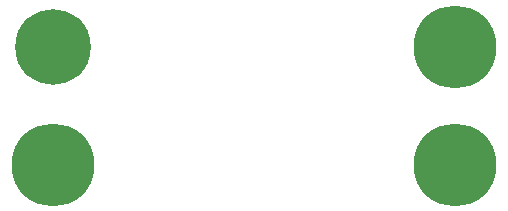
<source format=gbr>
%TF.GenerationSoftware,KiCad,Pcbnew,(6.0.2)*%
%TF.CreationDate,2022-03-13T20:14:31-04:00*%
%TF.ProjectId,Daughterboard-holder,44617567-6874-4657-9262-6f6172642d68,rev?*%
%TF.SameCoordinates,Original*%
%TF.FileFunction,Soldermask,Bot*%
%TF.FilePolarity,Negative*%
%FSLAX46Y46*%
G04 Gerber Fmt 4.6, Leading zero omitted, Abs format (unit mm)*
G04 Created by KiCad (PCBNEW (6.0.2)) date 2022-03-13 20:14:31*
%MOMM*%
%LPD*%
G01*
G04 APERTURE LIST*
%ADD10C,7.000000*%
%ADD11C,6.400000*%
G04 APERTURE END LIST*
D10*
%TO.C,H103*%
X17000000Y-47750000D03*
%TD*%
%TO.C,H102*%
X51000000Y-37750000D03*
%TD*%
%TO.C,H104*%
X51000000Y-47750000D03*
%TD*%
D11*
%TO.C,H101*%
X17000000Y-37750000D03*
%TD*%
M02*

</source>
